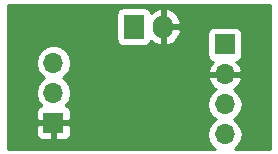
<source format=gbl>
G04 #@! TF.GenerationSoftware,KiCad,Pcbnew,6.0.0-rc1-unknown-6d2dfbb~65~ubuntu18.04.1*
G04 #@! TF.CreationDate,2018-07-21T00:59:14-07:00*
G04 #@! TF.ProjectId,ZProbe,5A50726F62652E6B696361645F706362,rev?*
G04 #@! TF.SameCoordinates,Original*
G04 #@! TF.FileFunction,Copper,L2,Bot,Signal*
G04 #@! TF.FilePolarity,Positive*
%FSLAX46Y46*%
G04 Gerber Fmt 4.6, Leading zero omitted, Abs format (unit mm)*
G04 Created by KiCad (PCBNEW 6.0.0-rc1-unknown-6d2dfbb~65~ubuntu18.04.1) date Sat Jul 21 00:59:14 2018*
%MOMM*%
%LPD*%
G01*
G04 APERTURE LIST*
G04 #@! TA.AperFunction,ComponentPad*
%ADD10R,1.700000X2.000000*%
G04 #@! TD*
G04 #@! TA.AperFunction,ComponentPad*
%ADD11O,1.700000X2.000000*%
G04 #@! TD*
G04 #@! TA.AperFunction,ComponentPad*
%ADD12R,1.700000X1.700000*%
G04 #@! TD*
G04 #@! TA.AperFunction,ComponentPad*
%ADD13O,1.700000X1.700000*%
G04 #@! TD*
G04 #@! TA.AperFunction,ViaPad*
%ADD14C,0.800000*%
G04 #@! TD*
G04 #@! TA.AperFunction,Conductor*
%ADD15C,0.254000*%
G04 #@! TD*
G04 APERTURE END LIST*
D10*
G04 #@! TO.P,J2,1*
G04 #@! TO.N,Net-(J1-Pad3)*
X96300000Y-48500000D03*
D11*
G04 #@! TO.P,J2,2*
G04 #@! TO.N,GND*
X98800000Y-48500000D03*
G04 #@! TD*
D12*
G04 #@! TO.P,J1,1*
G04 #@! TO.N,GND*
X89500000Y-56640000D03*
D13*
G04 #@! TO.P,J1,2*
G04 #@! TO.N,Net-(J1-Pad2)*
X89500000Y-54100000D03*
G04 #@! TO.P,J1,3*
G04 #@! TO.N,Net-(J1-Pad3)*
X89500000Y-51560000D03*
G04 #@! TD*
D12*
G04 #@! TO.P,J3,1*
G04 #@! TO.N,Net-(J3-Pad1)*
X104000000Y-50000000D03*
D13*
G04 #@! TO.P,J3,2*
G04 #@! TO.N,GND*
X104000000Y-52540000D03*
G04 #@! TO.P,J3,3*
G04 #@! TO.N,Net-(J3-Pad3)*
X104000000Y-55080000D03*
G04 #@! TO.P,J3,4*
G04 #@! TO.N,+5V*
X104000000Y-57620000D03*
G04 #@! TD*
D14*
G04 #@! TO.N,GND*
X99000000Y-52875000D03*
X92775000Y-50475000D03*
G04 #@! TD*
D15*
G04 #@! TO.N,GND*
G36*
X107840001Y-58840000D02*
X104847069Y-58840000D01*
X105070625Y-58690625D01*
X105398839Y-58199418D01*
X105514092Y-57620000D01*
X105398839Y-57040582D01*
X105070625Y-56549375D01*
X104772239Y-56350000D01*
X105070625Y-56150625D01*
X105398839Y-55659418D01*
X105514092Y-55080000D01*
X105398839Y-54500582D01*
X105070625Y-54009375D01*
X104751522Y-53796157D01*
X104881358Y-53735183D01*
X105271645Y-53306924D01*
X105441476Y-52896890D01*
X105320155Y-52667000D01*
X104127000Y-52667000D01*
X104127000Y-52687000D01*
X103873000Y-52687000D01*
X103873000Y-52667000D01*
X102679845Y-52667000D01*
X102558524Y-52896890D01*
X102728355Y-53306924D01*
X103118642Y-53735183D01*
X103248478Y-53796157D01*
X102929375Y-54009375D01*
X102601161Y-54500582D01*
X102485908Y-55080000D01*
X102601161Y-55659418D01*
X102929375Y-56150625D01*
X103227761Y-56350000D01*
X102929375Y-56549375D01*
X102601161Y-57040582D01*
X102485908Y-57620000D01*
X102601161Y-58199418D01*
X102929375Y-58690625D01*
X103152931Y-58840000D01*
X85660000Y-58840000D01*
X85660000Y-56925750D01*
X88015000Y-56925750D01*
X88015000Y-57616310D01*
X88111673Y-57849699D01*
X88290302Y-58028327D01*
X88523691Y-58125000D01*
X89214250Y-58125000D01*
X89373000Y-57966250D01*
X89373000Y-56767000D01*
X89627000Y-56767000D01*
X89627000Y-57966250D01*
X89785750Y-58125000D01*
X90476309Y-58125000D01*
X90709698Y-58028327D01*
X90888327Y-57849699D01*
X90985000Y-57616310D01*
X90985000Y-56925750D01*
X90826250Y-56767000D01*
X89627000Y-56767000D01*
X89373000Y-56767000D01*
X88173750Y-56767000D01*
X88015000Y-56925750D01*
X85660000Y-56925750D01*
X85660000Y-51560000D01*
X87985908Y-51560000D01*
X88101161Y-52139418D01*
X88429375Y-52630625D01*
X88727761Y-52830000D01*
X88429375Y-53029375D01*
X88101161Y-53520582D01*
X87985908Y-54100000D01*
X88101161Y-54679418D01*
X88429375Y-55170625D01*
X88451033Y-55185096D01*
X88290302Y-55251673D01*
X88111673Y-55430301D01*
X88015000Y-55663690D01*
X88015000Y-56354250D01*
X88173750Y-56513000D01*
X89373000Y-56513000D01*
X89373000Y-56493000D01*
X89627000Y-56493000D01*
X89627000Y-56513000D01*
X90826250Y-56513000D01*
X90985000Y-56354250D01*
X90985000Y-55663690D01*
X90888327Y-55430301D01*
X90709698Y-55251673D01*
X90548967Y-55185096D01*
X90570625Y-55170625D01*
X90898839Y-54679418D01*
X91014092Y-54100000D01*
X90898839Y-53520582D01*
X90570625Y-53029375D01*
X90272239Y-52830000D01*
X90570625Y-52630625D01*
X90898839Y-52139418D01*
X91014092Y-51560000D01*
X90898839Y-50980582D01*
X90570625Y-50489375D01*
X90079418Y-50161161D01*
X89646256Y-50075000D01*
X89353744Y-50075000D01*
X88920582Y-50161161D01*
X88429375Y-50489375D01*
X88101161Y-50980582D01*
X87985908Y-51560000D01*
X85660000Y-51560000D01*
X85660000Y-47500000D01*
X94802560Y-47500000D01*
X94802560Y-49500000D01*
X94851843Y-49747765D01*
X94992191Y-49957809D01*
X95202235Y-50098157D01*
X95450000Y-50147440D01*
X97150000Y-50147440D01*
X97397765Y-50098157D01*
X97607809Y-49957809D01*
X97748157Y-49747765D01*
X97762388Y-49676218D01*
X97907955Y-49838664D01*
X98430740Y-50089553D01*
X98443110Y-50091476D01*
X98673000Y-49970155D01*
X98673000Y-48627000D01*
X98927000Y-48627000D01*
X98927000Y-49970155D01*
X99156890Y-50091476D01*
X99169260Y-50089553D01*
X99692045Y-49838664D01*
X100079024Y-49406812D01*
X100169276Y-49150000D01*
X102502560Y-49150000D01*
X102502560Y-50850000D01*
X102551843Y-51097765D01*
X102692191Y-51307809D01*
X102902235Y-51448157D01*
X103005708Y-51468739D01*
X102728355Y-51773076D01*
X102558524Y-52183110D01*
X102679845Y-52413000D01*
X103873000Y-52413000D01*
X103873000Y-52393000D01*
X104127000Y-52393000D01*
X104127000Y-52413000D01*
X105320155Y-52413000D01*
X105441476Y-52183110D01*
X105271645Y-51773076D01*
X104994292Y-51468739D01*
X105097765Y-51448157D01*
X105307809Y-51307809D01*
X105448157Y-51097765D01*
X105497440Y-50850000D01*
X105497440Y-49150000D01*
X105448157Y-48902235D01*
X105307809Y-48692191D01*
X105097765Y-48551843D01*
X104850000Y-48502560D01*
X103150000Y-48502560D01*
X102902235Y-48551843D01*
X102692191Y-48692191D01*
X102551843Y-48902235D01*
X102502560Y-49150000D01*
X100169276Y-49150000D01*
X100271284Y-48859742D01*
X100127231Y-48627000D01*
X98927000Y-48627000D01*
X98673000Y-48627000D01*
X98653000Y-48627000D01*
X98653000Y-48373000D01*
X98673000Y-48373000D01*
X98673000Y-47029845D01*
X98927000Y-47029845D01*
X98927000Y-48373000D01*
X100127231Y-48373000D01*
X100271284Y-48140258D01*
X100079024Y-47593188D01*
X99692045Y-47161336D01*
X99169260Y-46910447D01*
X99156890Y-46908524D01*
X98927000Y-47029845D01*
X98673000Y-47029845D01*
X98443110Y-46908524D01*
X98430740Y-46910447D01*
X97907955Y-47161336D01*
X97762388Y-47323782D01*
X97748157Y-47252235D01*
X97607809Y-47042191D01*
X97397765Y-46901843D01*
X97150000Y-46852560D01*
X95450000Y-46852560D01*
X95202235Y-46901843D01*
X94992191Y-47042191D01*
X94851843Y-47252235D01*
X94802560Y-47500000D01*
X85660000Y-47500000D01*
X85660000Y-46660000D01*
X107840000Y-46660000D01*
X107840001Y-58840000D01*
X107840001Y-58840000D01*
G37*
X107840001Y-58840000D02*
X104847069Y-58840000D01*
X105070625Y-58690625D01*
X105398839Y-58199418D01*
X105514092Y-57620000D01*
X105398839Y-57040582D01*
X105070625Y-56549375D01*
X104772239Y-56350000D01*
X105070625Y-56150625D01*
X105398839Y-55659418D01*
X105514092Y-55080000D01*
X105398839Y-54500582D01*
X105070625Y-54009375D01*
X104751522Y-53796157D01*
X104881358Y-53735183D01*
X105271645Y-53306924D01*
X105441476Y-52896890D01*
X105320155Y-52667000D01*
X104127000Y-52667000D01*
X104127000Y-52687000D01*
X103873000Y-52687000D01*
X103873000Y-52667000D01*
X102679845Y-52667000D01*
X102558524Y-52896890D01*
X102728355Y-53306924D01*
X103118642Y-53735183D01*
X103248478Y-53796157D01*
X102929375Y-54009375D01*
X102601161Y-54500582D01*
X102485908Y-55080000D01*
X102601161Y-55659418D01*
X102929375Y-56150625D01*
X103227761Y-56350000D01*
X102929375Y-56549375D01*
X102601161Y-57040582D01*
X102485908Y-57620000D01*
X102601161Y-58199418D01*
X102929375Y-58690625D01*
X103152931Y-58840000D01*
X85660000Y-58840000D01*
X85660000Y-56925750D01*
X88015000Y-56925750D01*
X88015000Y-57616310D01*
X88111673Y-57849699D01*
X88290302Y-58028327D01*
X88523691Y-58125000D01*
X89214250Y-58125000D01*
X89373000Y-57966250D01*
X89373000Y-56767000D01*
X89627000Y-56767000D01*
X89627000Y-57966250D01*
X89785750Y-58125000D01*
X90476309Y-58125000D01*
X90709698Y-58028327D01*
X90888327Y-57849699D01*
X90985000Y-57616310D01*
X90985000Y-56925750D01*
X90826250Y-56767000D01*
X89627000Y-56767000D01*
X89373000Y-56767000D01*
X88173750Y-56767000D01*
X88015000Y-56925750D01*
X85660000Y-56925750D01*
X85660000Y-51560000D01*
X87985908Y-51560000D01*
X88101161Y-52139418D01*
X88429375Y-52630625D01*
X88727761Y-52830000D01*
X88429375Y-53029375D01*
X88101161Y-53520582D01*
X87985908Y-54100000D01*
X88101161Y-54679418D01*
X88429375Y-55170625D01*
X88451033Y-55185096D01*
X88290302Y-55251673D01*
X88111673Y-55430301D01*
X88015000Y-55663690D01*
X88015000Y-56354250D01*
X88173750Y-56513000D01*
X89373000Y-56513000D01*
X89373000Y-56493000D01*
X89627000Y-56493000D01*
X89627000Y-56513000D01*
X90826250Y-56513000D01*
X90985000Y-56354250D01*
X90985000Y-55663690D01*
X90888327Y-55430301D01*
X90709698Y-55251673D01*
X90548967Y-55185096D01*
X90570625Y-55170625D01*
X90898839Y-54679418D01*
X91014092Y-54100000D01*
X90898839Y-53520582D01*
X90570625Y-53029375D01*
X90272239Y-52830000D01*
X90570625Y-52630625D01*
X90898839Y-52139418D01*
X91014092Y-51560000D01*
X90898839Y-50980582D01*
X90570625Y-50489375D01*
X90079418Y-50161161D01*
X89646256Y-50075000D01*
X89353744Y-50075000D01*
X88920582Y-50161161D01*
X88429375Y-50489375D01*
X88101161Y-50980582D01*
X87985908Y-51560000D01*
X85660000Y-51560000D01*
X85660000Y-47500000D01*
X94802560Y-47500000D01*
X94802560Y-49500000D01*
X94851843Y-49747765D01*
X94992191Y-49957809D01*
X95202235Y-50098157D01*
X95450000Y-50147440D01*
X97150000Y-50147440D01*
X97397765Y-50098157D01*
X97607809Y-49957809D01*
X97748157Y-49747765D01*
X97762388Y-49676218D01*
X97907955Y-49838664D01*
X98430740Y-50089553D01*
X98443110Y-50091476D01*
X98673000Y-49970155D01*
X98673000Y-48627000D01*
X98927000Y-48627000D01*
X98927000Y-49970155D01*
X99156890Y-50091476D01*
X99169260Y-50089553D01*
X99692045Y-49838664D01*
X100079024Y-49406812D01*
X100169276Y-49150000D01*
X102502560Y-49150000D01*
X102502560Y-50850000D01*
X102551843Y-51097765D01*
X102692191Y-51307809D01*
X102902235Y-51448157D01*
X103005708Y-51468739D01*
X102728355Y-51773076D01*
X102558524Y-52183110D01*
X102679845Y-52413000D01*
X103873000Y-52413000D01*
X103873000Y-52393000D01*
X104127000Y-52393000D01*
X104127000Y-52413000D01*
X105320155Y-52413000D01*
X105441476Y-52183110D01*
X105271645Y-51773076D01*
X104994292Y-51468739D01*
X105097765Y-51448157D01*
X105307809Y-51307809D01*
X105448157Y-51097765D01*
X105497440Y-50850000D01*
X105497440Y-49150000D01*
X105448157Y-48902235D01*
X105307809Y-48692191D01*
X105097765Y-48551843D01*
X104850000Y-48502560D01*
X103150000Y-48502560D01*
X102902235Y-48551843D01*
X102692191Y-48692191D01*
X102551843Y-48902235D01*
X102502560Y-49150000D01*
X100169276Y-49150000D01*
X100271284Y-48859742D01*
X100127231Y-48627000D01*
X98927000Y-48627000D01*
X98673000Y-48627000D01*
X98653000Y-48627000D01*
X98653000Y-48373000D01*
X98673000Y-48373000D01*
X98673000Y-47029845D01*
X98927000Y-47029845D01*
X98927000Y-48373000D01*
X100127231Y-48373000D01*
X100271284Y-48140258D01*
X100079024Y-47593188D01*
X99692045Y-47161336D01*
X99169260Y-46910447D01*
X99156890Y-46908524D01*
X98927000Y-47029845D01*
X98673000Y-47029845D01*
X98443110Y-46908524D01*
X98430740Y-46910447D01*
X97907955Y-47161336D01*
X97762388Y-47323782D01*
X97748157Y-47252235D01*
X97607809Y-47042191D01*
X97397765Y-46901843D01*
X97150000Y-46852560D01*
X95450000Y-46852560D01*
X95202235Y-46901843D01*
X94992191Y-47042191D01*
X94851843Y-47252235D01*
X94802560Y-47500000D01*
X85660000Y-47500000D01*
X85660000Y-46660000D01*
X107840000Y-46660000D01*
X107840001Y-58840000D01*
G04 #@! TD*
M02*

</source>
